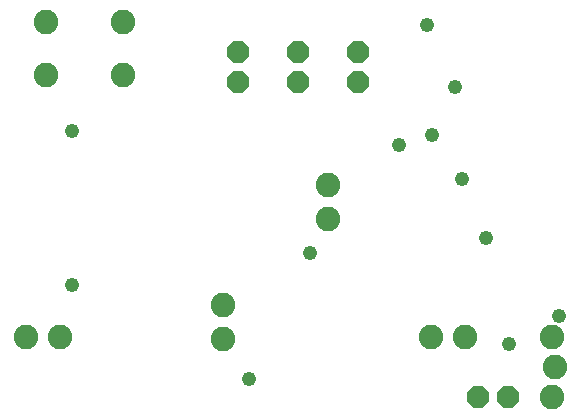
<source format=gbs>
G75*
%MOIN*%
%OFA0B0*%
%FSLAX25Y25*%
%IPPOS*%
%LPD*%
%AMOC8*
5,1,8,0,0,1.08239X$1,22.5*
%
%ADD10C,0.08200*%
%ADD11OC8,0.07400*%
%ADD12C,0.04762*%
%ADD13C,0.04800*%
D10*
X0008365Y0032484D03*
X0019765Y0032484D03*
X0074065Y0031784D03*
X0074065Y0043184D03*
X0109065Y0071784D03*
X0109065Y0083184D03*
X0040487Y0119569D03*
X0040487Y0137369D03*
X0014887Y0137369D03*
X0014887Y0119569D03*
X0143365Y0032484D03*
X0154765Y0032484D03*
X0183565Y0032484D03*
X0184565Y0022484D03*
X0183565Y0012484D03*
D11*
X0169065Y0012484D03*
X0159065Y0012484D03*
X0119065Y0117484D03*
X0119065Y0127484D03*
X0099065Y0127484D03*
X0099065Y0117484D03*
X0079065Y0117484D03*
X0079065Y0127484D03*
D12*
X0023750Y0100909D03*
X0023750Y0049728D03*
X0082805Y0018232D03*
X0161545Y0065476D03*
X0153671Y0085161D03*
X0141860Y0136343D03*
X0169419Y0030043D03*
D13*
X0186115Y0039334D03*
X0103065Y0060234D03*
X0132765Y0096534D03*
X0143765Y0099834D03*
X0151465Y0115784D03*
M02*

</source>
